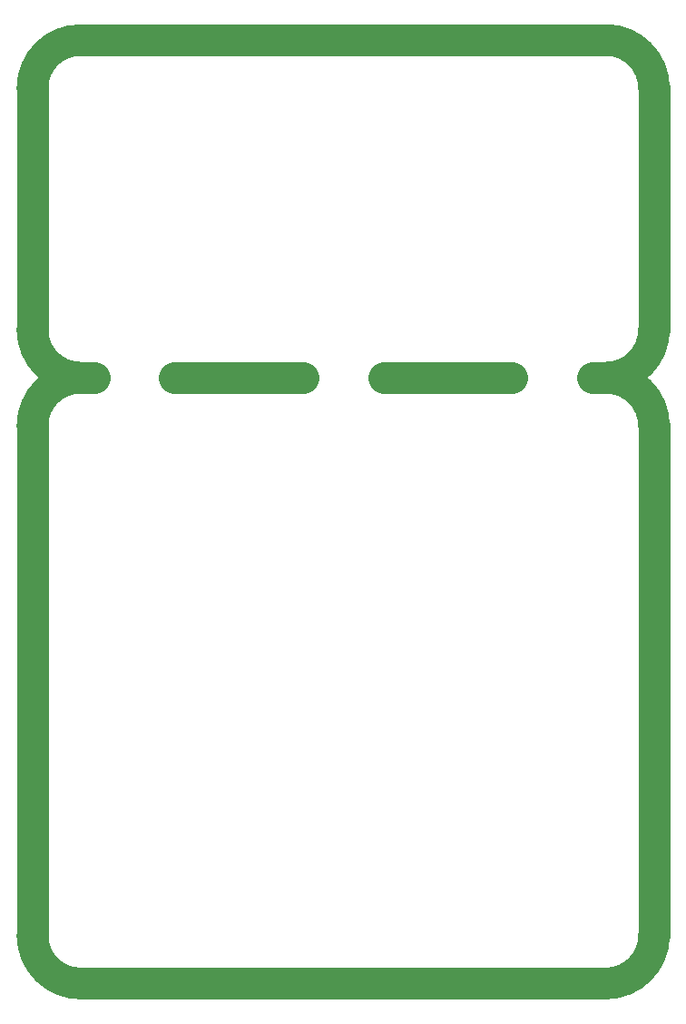
<source format=gm1>
G04*
G04 #@! TF.GenerationSoftware,Altium Limited,Altium Designer,18.1.7 (191)*
G04*
G04 Layer_Color=16711935*
%FSLAX25Y25*%
%MOIN*%
G70*
G01*
G75*
%ADD92C,0.11811*%
D92*
X204724Y-5906D02*
G03*
X222441Y11811I0J17717D01*
G01*
X-5906Y11811D02*
G03*
X11811Y-5906I17717J0D01*
G01*
X222441Y322835D02*
G03*
X204724Y340551I-17717J0D01*
G01*
X11811Y340551D02*
G03*
X-5906Y322835I0J-17717D01*
G01*
X11811Y216535D02*
G03*
X-5906Y198819I0J-17717D01*
G01*
Y234252D02*
G03*
X11811Y216535I17717J0D01*
G01*
X222441Y198819D02*
G03*
X204724Y216535I-17717J0D01*
G01*
D02*
G03*
X222441Y234252I0J17717D01*
G01*
Y11811D02*
Y198819D01*
Y234252D02*
Y322835D01*
X11811Y340551D02*
X204724D01*
X-5906Y234252D02*
Y322835D01*
Y11811D02*
Y198819D01*
X11811Y-5906D02*
X204724D01*
X11811Y216535D02*
X16732D01*
X199803D02*
X208661D01*
X123031D02*
X170276D01*
X46260D02*
X93504D01*
M02*

</source>
